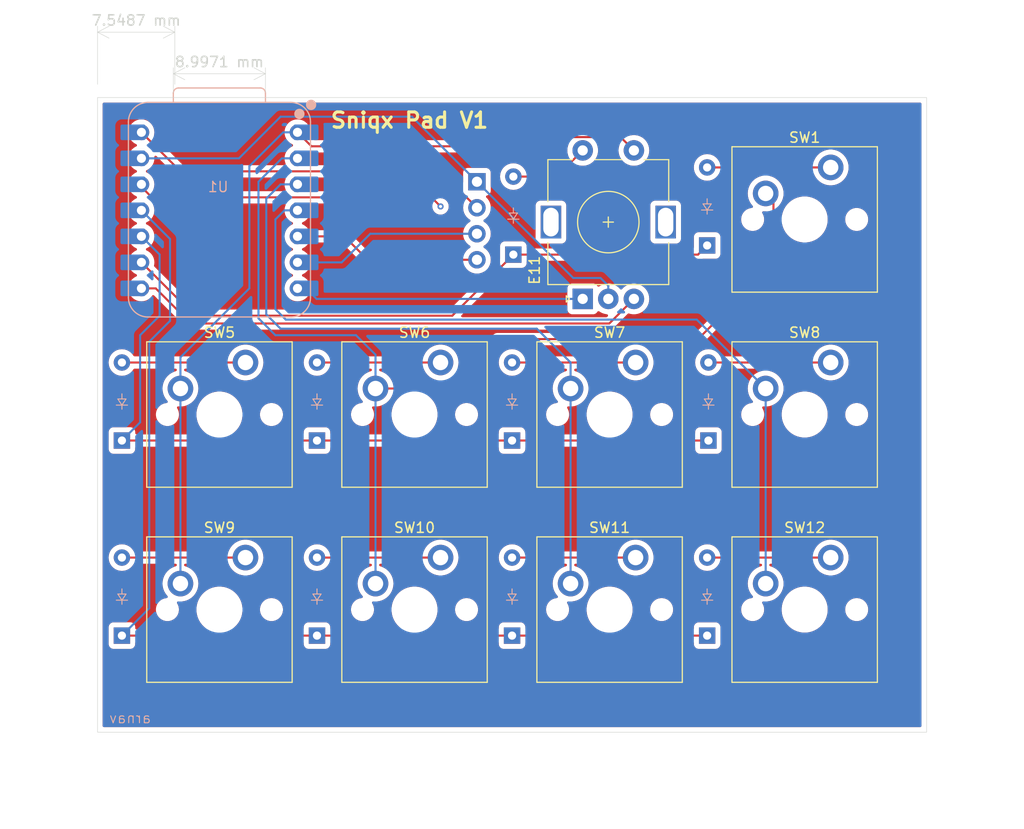
<source format=kicad_pcb>
(kicad_pcb (version 20240108) (generator "pcbnew") (generator_version "8.0")
  (layers (0 "F.Cu" signal) (31 "B.Cu" signal) (34 "B.Paste" user) (35 "F.Paste" user) (36 "B.SilkS" user "B.Silkscreen") (37 "F.SilkS" user "F.Silkscreen") (38 "B.Mask" user) (39 "F.Mask" user) (44 "Edge.Cuts" user))
  (net 0 "")
  (net 1 "Row1")
  (net 2 "Row2")
  (net 3 "Net-(D5-A)")
  (net 4 "Net-(D6-A)")
  (net 5 "Net-(D7-A)")
  (net 6 "Row3")
  (net 7 "Net-(D8-A)")
  (net 8 "Net-(D9-A)")
  (net 9 "Net-(D10-A)")
  (net 10 "Column1")
  (net 11 "Column2")
  (net 12 "Column3")
  (net 13 "GND")
  (net 14 "Column4")
  (net 15 "+5V")
  (net 16 "unconnected-(U1-3V3-Pad12)")
  (net 17 "DISP_SCL")
  (net 18 "DISP_SDA")
  (net 19 "E11_Row")
  (net 20 "E11_B")
  (net 21 "E11_A")
  (net 22 "Net-(D12-A)")
  (net 23 "Net-(D11-A)")
  (net 24 "Net-(D1-A)")
  (footprint "ScottoKeebs_MX:MX_PCB_1.00u" (layer "F.Cu") (at 142.5575 107.944)
    (property "Reference" "SW6" (at 0 -8 0) (layer "F.SilkS"))
    (property "Value" "SW_Push_45deg")
    (fp_line (start -7.1 -7.1) (end -7.1 7.1) (stroke (width 0.12)) (layer "F.SilkS"))
    (fp_line (start -7.1 7.1) (end 7.1 7.1) (stroke (width 0.12)) (layer "F.SilkS"))
    (fp_line (start 7.1 -7.1) (end -7.1 -7.1) (stroke (width 0.12)) (layer "F.SilkS"))
    (fp_line (start 7.1 7.1) (end 7.1 -7.1) (stroke (width 0.12)) (layer "F.SilkS"))
    (pad "" np_thru_hole circle (at -5.08 0) (size 1.75 1.75) (drill 1.75) (layers "*.Cu" "*.Mask"))
    (pad "" np_thru_hole circle (at 0 0) (size 4 4) (drill 4) (layers "*.Cu" "*.Mask"))
    (pad "" np_thru_hole circle (at 5.08 0) (size 1.75 1.75) (drill 1.75) (layers "*.Cu" "*.Mask"))
    (pad "1" thru_hole circle (at -3.81 -2.54) (size 2.5 2.5) (drill 1.5) (layers "*.Cu" "*.Mask") (net 11 "Column2"))
    (pad "2" thru_hole circle (at 2.54 -5.08) (size 2.5 2.5) (drill 1.5) (layers "*.Cu" "*.Mask") (net 4 "Net-(D6-A)"))
  )
  (footprint "ScottoKeebs_MX:MX_PCB_1.00u" (layer "F.Cu") (at 161.6075 107.944)
    (property "Reference" "SW7" (at 0 -8 0) (layer "F.SilkS"))
    (property "Value" "SW_Push_45deg")
    (fp_line (start -7.1 -7.1) (end -7.1 7.1) (stroke (width 0.12)) (layer "F.SilkS"))
    (fp_line (start -7.1 7.1) (end 7.1 7.1) (stroke (width 0.12)) (layer "F.SilkS"))
    (fp_line (start 7.1 -7.1) (end -7.1 -7.1) (stroke (width 0.12)) (layer "F.SilkS"))
    (fp_line (start 7.1 7.1) (end 7.1 -7.1) (stroke (width 0.12)) (layer "F.SilkS"))
    (pad "" np_thru_hole circle (at -5.08 0) (size 1.75 1.75) (drill 1.75) (layers "*.Cu" "*.Mask"))
    (pad "" np_thru_hole circle (at 0 0) (size 4 4) (drill 4) (layers "*.Cu" "*.Mask"))
    (pad "" np_thru_hole circle (at 5.08 0) (size 1.75 1.75) (drill 1.75) (layers "*.Cu" "*.Mask"))
    (pad "1" thru_hole circle (at -3.81 -2.54) (size 2.5 2.5) (drill 1.5) (layers "*.Cu" "*.Mask") (net 12 "Column3"))
    (pad "2" thru_hole circle (at 2.54 -5.08) (size 2.5 2.5) (drill 1.5) (layers "*.Cu" "*.Mask") (net 5 "Net-(D7-A)"))
  )
  (footprint "ScottoKeebs_MX:MX_PCB_1.00u" (layer "F.Cu") (at 123.5075 107.944)
    (property "Reference" "SW5" (at 0 -8 0) (layer "F.SilkS"))
    (property "Value" "SW_Push_45deg")
    (fp_line (start -7.1 -7.1) (end -7.1 7.1) (stroke (width 0.12)) (layer "F.SilkS"))
    (fp_line (start -7.1 7.1) (end 7.1 7.1) (stroke (width 0.12)) (layer "F.SilkS"))
    (fp_line (start 7.1 -7.1) (end -7.1 -7.1) (stroke (width 0.12)) (layer "F.SilkS"))
    (fp_line (start 7.1 7.1) (end 7.1 -7.1) (stroke (width 0.12)) (layer "F.SilkS"))
    (pad "" np_thru_hole circle (at -5.08 0) (size 1.75 1.75) (drill 1.75) (layers "*.Cu" "*.Mask"))
    (pad "" np_thru_hole circle (at 0 0) (size 4 4) (drill 4) (layers "*.Cu" "*.Mask"))
    (pad "" np_thru_hole circle (at 5.08 0) (size 1.75 1.75) (drill 1.75) (layers "*.Cu" "*.Mask"))
    (pad "1" thru_hole circle (at -3.81 -2.54) (size 2.5 2.5) (drill 1.5) (layers "*.Cu" "*.Mask") (net 10 "Column1"))
    (pad "2" thru_hole circle (at 2.54 -5.08) (size 2.5 2.5) (drill 1.5) (layers "*.Cu" "*.Mask") (net 3 "Net-(D5-A)"))
  )
  (footprint "ScottoKeebs_MX:MX_PCB_1.00u" (layer "F.Cu") (at 142.5575 126.994)
    (property "Reference" "SW10" (at 0 -8 0) (layer "F.SilkS"))
    (property "Value" "SW_Push_45deg")
    (fp_line (start -7.1 -7.1) (end -7.1 7.1) (stroke (width 0.12)) (layer "F.SilkS"))
    (fp_line (start -7.1 7.1) (end 7.1 7.1) (stroke (width 0.12)) (layer "F.SilkS"))
    (fp_line (start 7.1 -7.1) (end -7.1 -7.1) (stroke (width 0.12)) (layer "F.SilkS"))
    (fp_line (start 7.1 7.1) (end 7.1 -7.1) (stroke (width 0.12)) (layer "F.SilkS"))
    (pad "" np_thru_hole circle (at -5.08 0) (size 1.75 1.75) (drill 1.75) (layers "*.Cu" "*.Mask"))
    (pad "" np_thru_hole circle (at 0 0) (size 4 4) (drill 4) (layers "*.Cu" "*.Mask"))
    (pad "" np_thru_hole circle (at 5.08 0) (size 1.75 1.75) (drill 1.75) (layers "*.Cu" "*.Mask"))
    (pad "1" thru_hole circle (at -3.81 -2.54) (size 2.5 2.5) (drill 1.5) (layers "*.Cu" "*.Mask") (net 11 "Column2"))
    (pad "2" thru_hole circle (at 2.54 -5.08) (size 2.5 2.5) (drill 1.5) (layers "*.Cu" "*.Mask") (net 9 "Net-(D10-A)"))
  )
  (footprint "ScottoKeebs_MX:MX_PCB_1.00u" (layer "F.Cu") (at 180.6575 126.994)
    (property "Reference" "SW12" (at 0 -8 0) (layer "F.SilkS"))
    (property "Value" "SW_Push_45deg")
    (fp_line (start -7.1 -7.1) (end -7.1 7.1) (stroke (width 0.12)) (layer "F.SilkS"))
    (fp_line (start -7.1 7.1) (end 7.1 7.1) (stroke (width 0.12)) (layer "F.SilkS"))
    (fp_line (start 7.1 -7.1) (end -7.1 -7.1) (stroke (width 0.12)) (layer "F.SilkS"))
    (fp_line (start 7.1 7.1) (end 7.1 -7.1) (stroke (width 0.12)) (layer "F.SilkS"))
    (pad "" np_thru_hole circle (at -5.08 0) (size 1.75 1.75) (drill 1.75) (layers "*.Cu" "*.Mask"))
    (pad "" np_thru_hole circle (at 0 0) (size 4 4) (drill 4) (layers "*.Cu" "*.Mask"))
    (pad "" np_thru_hole circle (at 5.08 0) (size 1.75 1.75) (drill 1.75) (layers "*.Cu" "*.Mask"))
    (pad "1" thru_hole circle (at -3.81 -2.54) (size 2.5 2.5) (drill 1.5) (layers "*.Cu" "*.Mask") (net 14 "Column4"))
    (pad "2" thru_hole circle (at 2.54 -5.08) (size 2.5 2.5) (drill 1.5) (layers "*.Cu" "*.Mask") (net 22 "Net-(D12-A)"))
  )
  (footprint "ScottoKeebs_MX:MX_PCB_1.00u" (layer "F.Cu") (at 180.6575 107.944)
    (property "Reference" "SW8" (at 0 -8 0) (layer "F.SilkS"))
    (property "Value" "SW_Push_45deg")
    (fp_line (start -7.1 -7.1) (end -7.1 7.1) (stroke (width 0.12)) (layer "F.SilkS"))
    (fp_line (start -7.1 7.1) (end 7.1 7.1) (stroke (width 0.12)) (layer "F.SilkS"))
    (fp_line (start 7.1 -7.1) (end -7.1 -7.1) (stroke (width 0.12)) (layer "F.SilkS"))
    (fp_line (start 7.1 7.1) (end 7.1 -7.1) (stroke (width 0.12)) (layer "F.SilkS"))
    (pad "" np_thru_hole circle (at -5.08 0) (size 1.75 1.75) (drill 1.75) (layers "*.Cu" "*.Mask"))
    (pad "" np_thru_hole circle (at 0 0) (size 4 4) (drill 4) (layers "*.Cu" "*.Mask"))
    (pad "" np_thru_hole circle (at 5.08 0) (size 1.75 1.75) (drill 1.75) (layers "*.Cu" "*.Mask"))
    (pad "1" thru_hole circle (at -3.81 -2.54) (size 2.5 2.5) (drill 1.5) (layers "*.Cu" "*.Mask") (net 14 "Column4"))
    (pad "2" thru_hole circle (at 2.54 -5.08) (size 2.5 2.5) (drill 1.5) (layers "*.Cu" "*.Mask") (net 7 "Net-(D8-A)"))
  )
  (footprint "ScottoKeebs_Components:OLED_128x32" (layer "F.Cu") (at 150.2535 95.011 180)
    (property "Reference" "J1" (hide yes))
    (property "Value" "OLED_128x32")
    (pad "1" thru_hole rect (at 1.6 9.8) (size 1.7 1.7) (drill 1) (layers "*.Cu" "*.Mask") (net 13 "GND"))
    (pad "2" thru_hole oval (at 1.6 7.26) (size 1.7 1.7) (drill 1) (layers "*.Cu" "*.Mask") (net 15 "+5V"))
    (pad "3" thru_hole oval (at 1.6 4.72) (size 1.7 1.7) (drill 1) (layers "*.Cu" "*.Mask") (net 17 "DISP_SCL"))
    (pad "4" thru_hole oval (at 1.6 2.18) (size 1.7 1.7) (drill 1) (layers "*.Cu" "*.Mask") (net 18 "DISP_SDA"))
  )
  (footprint "Rotary_Encoder:RotaryEncoder_Alps_EC11E-Switch_Vertical_H20mm" (layer "F.Cu") (at 158.9805 96.652 90)
    (property "Reference" "E11" (at 2.8 -4.7 90) (layer "F.SilkS"))
    (property "Value" "RotaryEncoder_Switch")
    (fp_line (start 13.6 -3.4) (end 13.6 -1) (stroke (width 0.12)) (layer "F.SilkS"))
    (fp_line (start 9.5 -3.4) (end 13.6 -3.4) (stroke (width 0.12)) (layer "F.SilkS"))
    (fp_line (start 5.5 -3.4) (end 1.4 -3.4) (stroke (width 0.12)) (layer "F.SilkS"))
    (fp_line (start 1.4 -3.4) (end 1.4 8.4) (stroke (width 0.12)) (layer "F.SilkS"))
    (fp_line (start 0.3 -1.6) (end 0 -1.3) (stroke (width 0.12)) (layer "F.SilkS"))
    (fp_line (start -0.3 -1.6) (end 0.3 -1.6) (stroke (width 0.12)) (layer "F.SilkS"))
    (fp_line (start 0 -1.3) (end -0.3 -1.6) (stroke (width 0.12)) (layer "F.SilkS"))
    (fp_line (start 13.6 1.2) (end 13.6 3.8) (stroke (width 0.12)) (layer "F.SilkS"))
    (fp_line (start 7.5 2) (end 7.5 3) (stroke (width 0.12)) (layer "F.SilkS"))
    (fp_line (start 7 2.5) (end 8 2.5) (stroke (width 0.12)) (layer "F.SilkS"))
    (fp_line (start 13.6 6) (end 13.6 8.4) (stroke (width 0.12)) (layer "F.SilkS"))
    (fp_line (start 13.6 8.4) (end 9.5 8.4) (stroke (width 0.12)) (layer "F.SilkS"))
    (fp_line (start 5.5 8.4) (end 1.4 8.4) (stroke (width 0.12)) (layer "F.SilkS"))
    (fp_circle (center 7.5 2.5) (end 10.5 2.5) (stroke (width 0.12)) (fill none) (layer "F.SilkS"))
    (pad "A" thru_hole rect (at 0 0 90) (size 2 2) (drill 1) (layers "*.Cu" "*.Mask") (net 21 "E11_A"))
    (pad "B" thru_hole circle (at 0 5 90) (size 2 2) (drill 1) (layers "*.Cu" "*.Mask") (net 20 "E11_B"))
    (pad "C" thru_hole circle (at 0 2.5 90) (size 2 2) (drill 1) (layers "*.Cu" "*.Mask") (net 13 "GND"))
    (pad "MP" thru_hole rect (at 7.5 -3.1 90) (size 3.2 2) (drill oval 2.8 1.5) (layers "*.Cu" "*.Mask"))
    (pad "MP" thru_hole rect (at 7.5 8.1 90) (size 3.2 2) (drill oval 2.8 1.5) (layers "*.Cu" "*.Mask"))
    (pad "S1" thru_hole circle (at 14.5 5 90) (size 2 2) (drill 1) (layers "*.Cu" "*.Mask") (net 10 "Column1"))
    (pad "S2" thru_hole circle (at 14.5 0 90) (size 2 2) (drill 1) (layers "*.Cu" "*.Mask") (net 19 "E11_Row"))
  )
  (footprint "ScottoKeebs_MX:MX_PCB_1.00u" (layer "F.Cu") (at 180.6575 88.894)
    (property "Reference" "SW1" (at 0 -8 0) (layer "F.SilkS"))
    (property "Value" "SW_Push_45deg")
    (fp_line (start -7.1 -7.1) (end -7.1 7.1) (stroke (width 0.12)) (layer "F.SilkS"))
    (fp_line (start -7.1 7.1) (end 7.1 7.1) (stroke (width 0.12)) (layer "F.SilkS"))
    (fp_line (start 7.1 -7.1) (end -7.1 -7.1) (stroke (width 0.12)) (layer "F.SilkS"))
    (fp_line (start 7.1 7.1) (end 7.1 -7.1) (stroke (width 0.12)) (layer "F.SilkS"))
    (pad "" np_thru_hole circle (at -5.08 0) (size 1.75 1.75) (drill 1.75) (layers "*.Cu" "*.Mask"))
    (pad "" np_thru_hole circle (at 0 0) (size 4 4) (drill 4) (layers "*.Cu" "*.Mask"))
    (pad "" np_thru_hole circle (at 5.08 0) (size 1.75 1.75) (drill 1.75) (layers "*.Cu" "*.Mask"))
    (pad "1" thru_hole circle (at -3.81 -2.54) (size 2.5 2.5) (drill 1.5) (layers "*.Cu" "*.Mask") (net 11 "Column2"))
    (pad "2" thru_hole circle (at 2.54 -5.08) (size 2.5 2.5) (drill 1.5) (layers "*.Cu" "*.Mask") (net 24 "Net-(D1-A)"))
  )
  (footprint "ScottoKeebs_MX:MX_PCB_1.00u" (layer "F.Cu") (at 123.5075 126.994)
    (property "Reference" "SW9" (at 0 -8 0) (layer "F.SilkS"))
    (property "Value" "SW_Push_45deg")
    (fp_line (start -7.1 -7.1) (end -7.1 7.1) (stroke (width 0.12)) (layer "F.SilkS"))
    (fp_line (start -7.1 7.1) (end 7.1 7.1) (stroke (width 0.12)) (layer "F.SilkS"))
    (fp_line (start 7.1 -7.1) (end -7.1 -7.1) (stroke (width 0.12)) (layer "F.SilkS"))
    (fp_line (start 7.1 7.1) (end 7.1 -7.1) (stroke (width 0.12)) (layer "F.SilkS"))
    (pad "" np_thru_hole circle (at -5.08 0) (size 1.75 1.75) (drill 1.75) (layers "*.Cu" "*.Mask"))
    (pad "" np_thru_hole circle (at 0 0) (size 4 4) (drill 4) (layers "*.Cu" "*.Mask"))
    (pad "" np_thru_hole circle (at 5.08 0) (size 1.75 1.75) (drill 1.75) (layers "*.Cu" "*.Mask"))
    (pad "1" thru_hole circle (at -3.81 -2.54) (size 2.5 2.5) (drill 1.5) (layers "*.Cu" "*.Mask") (net 10 "Column1"))
    (pad "2" thru_hole circle (at 2.54 -5.08) (size 2.5 2.5) (drill 1.5) (layers "*.Cu" "*.Mask") (net 8 "Net-(D9-A)"))
  )
  (footprint "ScottoKeebs_MX:MX_PCB_1.00u" (layer "F.Cu") (at 161.6075 126.994)
    (property "Reference" "SW11" (at 0 -8 0) (layer "F.SilkS"))
    (property "Value" "SW_Push_45deg")
    (fp_line (start -7.1 -7.1) (end -7.1 7.1) (stroke (width 0.12)) (layer "F.SilkS"))
    (fp_line (start -7.1 7.1) (end 7.1 7.1) (stroke (width 0.12)) (layer "F.SilkS"))
    (fp_line (start 7.1 -7.1) (end -7.1 -7.1) (stroke (width 0.12)) (layer "F.SilkS"))
    (fp_line (start 7.1 7.1) (end 7.1 -7.1) (stroke (width 0.12)) (layer "F.SilkS"))
    (pad "" np_thru_hole circle (at -5.08 0) (size 1.75 1.75) (drill 1.75) (layers "*.Cu" "*.Mask"))
    (pad "" np_thru_hole circle (at 0 0) (size 4 4) (drill 4) (layers "*.Cu" "*.Mask"))
    (pad "" np_thru_hole circle (at 5.08 0) (size 1.75 1.75) (drill 1.75) (layers "*.Cu" "*.Mask"))
    (pad "1" thru_hole circle (at -3.81 -2.54) (size 2.5 2.5) (drill 1.5) (layers "*.Cu" "*.Mask") (net 12 "Column3"))
    (pad "2" thru_hole circle (at 2.54 -5.08) (size 2.5 2.5) (drill 1.5) (layers "*.Cu" "*.Mask") (net 23 "Net-(D11-A)"))
  )
  (footprint "ScottoKeebs_Components:Diode_DO-35" (layer "B.Cu") (at 152.2095 92.327 90)
    (property "Reference" "D4" (hide yes))
    (property "Value" "1N4148" (hide yes))
    (fp_line (start 3.46 -0.55) (end 3.46 0.55) (stroke (width 0.1)) (layer "B.SilkS"))
    (fp_line (start 4.06 -0.4) (end 4.06 0.4) (stroke (width 0.1)) (layer "B.SilkS"))
    (fp_line (start 4.56 0) (end 4.06 0) (stroke (width 0.1)) (layer "B.SilkS"))
    (fp_line (start 3.46 0) (end 4.06 -0.4) (stroke (width 0.1)) (layer "B.SilkS"))
    (fp_line (start 3.46 0) (end 3.06 0) (stroke (width 0.1)) (layer "B.SilkS"))
    (fp_line (start 4.06 0.4) (end 3.46 0) (stroke (width 0.1)) (layer "B.SilkS"))
    (pad "1" thru_hole rect (at 0 0 90) (size 1.6 1.6) (drill 0.8) (layers "*.Cu" "*.Mask") (net 1 "Row1"))
    (pad "2" thru_hole oval (at 7.62 0 90) (size 1.6 1.6) (drill 0.8) (layers "*.Cu" "*.Mask") (net 19 "E11_Row"))
  )
  (footprint "OPL:XIAO-RP2040-DIP" (layer "B.Cu") (at 123.5075 88.005 180)
    (property "Reference" "U1" (at 0.127 2.286 0) (layer "B.SilkS") (effects (font (thickness 0.127) (bold yes)) (justify mirror)))
    (property "Value" "XIAO-RP2040-DIP")
    (fp_line (start 8.89 8.636) (end 8.89 -8.509) (stroke (width 0.127)) (layer "B.SilkS"))
    (fp_line (start 6.985 -10.414) (end -6.985 -10.414) (stroke (width 0.127)) (layer "B.SilkS"))
    (fp_line (start 4.504 10.541) (end 4.504 11.451) (stroke (width 0.127)) (layer "B.SilkS"))
    (fp_line (start 4.004 11.951) (end -3.991272 11.951) (stroke (width 0.127)) (layer "B.SilkS"))
    (fp_line (start -4.491272 11.451272) (end -4.495 10.541) (stroke (width 0.127)) (layer "B.SilkS"))
    (fp_line (start -6.985 10.541) (end 6.985 10.541) (stroke (width 0.1)) (layer "B.SilkS"))
    (fp_line (start -6.985 10.541) (end 6.985 10.541) (stroke (width 0.127)) (layer "B.SilkS"))
    (fp_line (start -8.89 8.636) (end -8.89 -8.509) (stroke (width 0.127)) (layer "B.SilkS"))
    (fp_arc (start 8.89 8.636) (mid 8.332038 9.983038) (end 6.985 10.541) (stroke (width 0.127)) (layer "B.SilkS"))
    (fp_arc (start 6.985 -10.414) (mid 8.332038 -9.856038) (end 8.89 -8.509) (stroke (width 0.127)) (layer "B.SilkS"))
    (fp_arc (start 4.504 11.451) (mid 4.357553 11.804553) (end 4.004 11.951) (stroke (width 0.127)) (layer "B.SilkS"))
    (fp_arc (start -3.991272 11.951) (mid -4.344724 11.804644) (end -4.491272 11.451272) (stroke (width 0.127)) (layer "B.SilkS"))
    (fp_arc (start -6.985 10.541) (mid -8.332038 9.983038) (end -8.89 8.636) (stroke (width 0.127)) (layer "B.SilkS"))
    (fp_arc (start -8.89 -8.509) (mid -8.332038 -9.856038) (end -6.985 -10.414) (stroke (width 0.127)) (layer "B.SilkS"))
    (fp_circle (center -7.807 9.42) (end -7.807 9.674) (stroke (width 0.5)) (fill solid) (layer "B.SilkS"))
    (fp_circle (center -8.95 10.3) (end -8.95 10.554) (stroke (width 0.5)) (fill solid) (layer "B.SilkS"))
    (pad "1" smd roundrect (at -8.455 7.62) (size 2.432 1.524) (layers "B.Cu" "B.Mask") (roundrect_rratio 0.1) (net 10 "Column1"))
    (pad "1" thru_hole circle (at -7.62 7.62) (size 1.524 1.524) (drill 0.889) (layers "*.Cu" "*.Mask") (net 10 "Column1"))
    (pad "2" smd roundrect (at -8.455 5.08) (size 2.432 1.524) (layers "B.Cu" "B.Mask") (roundrect_rratio 0.1) (net 11 "Column2"))
    (pad "2" thru_hole circle (at -7.62 5.08) (size 1.524 1.524) (drill 0.889) (layers "*.Cu" "*.Mask") (net 11 "Column2"))
    (pad "3" smd roundrect (at -8.455 2.54) (size 2.432 1.524) (layers "B.Cu" "B.Mask") (roundrect_rratio 0.1) (net 12 "Column3"))
    (pad "3" thru_hole circle (at -7.62 2.54) (size 1.524 1.524) (drill 0.889) (layers "*.Cu" "*.Mask") (net 12 "Column3"))
    (pad "4" smd roundrect (at -8.455 0) (size 2.432 1.524) (layers "B.Cu" "B.Mask") (roundrect_rratio 0.1) (net 14 "Column4"))
    (pad "4" thru_hole circle (at -7.62 0) (size 1.524 1.524) (drill 0.889) (layers "*.Cu" "*.Mask") (net 14 "Column4"))
    (pad "5" smd roundrect (at -8.455 -2.54) (size 2.432 1.524) (layers "B.Cu" "B.Mask") (roundrect_rratio 0.1) (net 18 "DISP_SDA"))
    (pad "5" thru_hole circle (at -7.62 -2.54) (size 1.524 1.524) (drill 0.889) (layers "*.Cu" "*.Mask") (net 18 "DISP_SDA"))
    (pad "6" smd roundrect (at -8.455 -5.08) (size 2.432 1.524) (layers "B.Cu" "B.Mask") (roundrect_rratio 0.1) (net 17 "DISP_SCL"))
    (pad "6" thru_hole circle (at -7.62 -5.08) (size 1.524 1.524) (drill 0.889) (layers "*.Cu" "*.Mask") (net 17 "DISP_SCL"))
    (pad "7" smd roundrect (at -8.455 -7.62) (size 2.432 1.524) (layers "B.Cu" "B.Mask") (roundrect_rratio 0.1) (net 21 "E11_A"))
    (pad "7" thru_hole circle (at -7.62 -7.62) (size 1.524 1.524) (drill 0.889) (layers "*.Cu" "*.Mask") (net 21 "E11_A"))
    (pad "8" thru_hole circle (at 7.62 -7.62 180) (size 1.524 1.524) (drill 0.889) (layers "*.Cu" "*.Mask") (net 20 "E11_B"))
    (pad "8" smd roundrect (at 8.455 -7.62 180) (size 2.432 1.524) (layers "B.Cu" "B.Mask") (roundrect_rratio 0.1) (net 20 "E11_B"))
    (pad "9" thru_hole circle (at 7.62 -5.08 180) (size 1.524 1.524) (drill 0.889) (layers "*.Cu" "*.Mask") (net 1 "Row1"))
    (pad "9" smd roundrect (at 8.455 -5.08 180) (size 2.432 1.524) (layers "B.Cu" "B.Mask") (roundrect_rratio 0.1) (net 1 "Row1"))
    (pad "10" thru_hole circle (at 7.62 -2.54 180) (size 1.524 1.524) (drill 0.889) (layers "*.Cu" "*.Mask") (net 2 "Row2"))
    (pad "10" smd roundrect (at 8.455 -2.54 180) (size 2.432 1.524) (layers "B.Cu" "B.Mask") (roundrect_rratio 0.1) (net 2 "Row2"))
    (pad "11" thru_hole circle (at 7.62 0 180) (size 1.524 1.524) (drill 0.889) (layers "*.Cu" "*.Mask") (net 6 "Row3"))
    (pad "11" smd roundrect (at 8.455 0 180) (size 2.432 1.524) (layers "B.Cu" "B.Mask") (roundrect_rratio 0.1) (net 6 "Row3"))
    (pad "12" thru_hole circle (at 7.62 2.54 180) (size 1.524 1.524) (drill 0.889) (layers "*.Cu" "*.Mask") (net 16 "unconnected-(U1-3V3-Pad12)"))
    (pad "12" smd roundrect (at 8.455 2.54 180) (size 2.432 1.524) (layers "B.Cu" "B.Mask") (roundrect_rratio 0.1) (net 16 "unconnected-(U1-3V3-Pad12)"))
    (pad "13" thru_hole circle (at 7.62 5.08 180) (size 1.524 1.524) (drill 0.889) (layers "*.Cu" "*.Mask") (net 13 "GND"))
    (pad "13" smd roundrect (at 8.455 5.08 180) (size 2.432 1.524) (layers "B.Cu" "B.Mask") (roundrect_rratio 0.1) (net 13 "GND"))
    (pad "14" thru_hole circle (at 7.62 7.62 180) (size 1.524 1.524) (drill 0.889) (layers "*.Cu" "*.Mask") (net 15 "+5V"))
    (pad "14" smd roundrect (at 8.455 7.62 180) (size 2.432 1.524) (layers "B.Cu" "B.Mask") (roundrect_rratio 0.1) (net 15 "+5V"))
  )
  (footprint "ScottoKeebs_Components:Diode_DO-35" (layer "B.Cu") (at 152.0825 110.484 90)
    (property "Reference" "D7" (hide yes))
    (property "Value" "1N4148" (hide yes))
    (fp_line (start 3.46 -0.55) (end 3.46 0.55) (stroke (width 0.1)) (layer "B.SilkS"))
    (fp_line (start 4.06 -0.4) (end 4.06 0.4) (stroke (width 0.1)) (layer "B.SilkS"))
    (fp_line (start 4.56 0) (end 4.06 0) (stroke (width 0.1)) (layer "B.SilkS"))
    (fp_line (start 3.46 0) (end 4.06 -0.4) (stroke (width 0.1)) (layer "B.SilkS"))
    (fp_line (start 3.46 0) (end 3.06 0) (stroke (width 0.1)) (layer "B.SilkS"))
    (fp_line (start 4.06 0.4) (end 3.46 0) (stroke (width 0.1)) (layer "B.SilkS"))
    (pad "1" thru_hole rect (at 0 0 90) (size 1.6 1.6) (drill 0.8) (layers "*.Cu" "*.Mask") (net 2 "Row2"))
    (pad "2" thru_hole oval (at 7.62 0 90) (size 1.6 1.6) (drill 0.8) (layers "*.Cu" "*.Mask") (net 5 "Net-(D7-A)"))
  )
  (footprint "ScottoKeebs_Components:Diode_DO-35" (layer "B.Cu") (at 113.9825 110.484 90)
    (property "Reference" "D5" (hide yes))
    (property "Value" "1N4148" (hide yes))
    (fp_line (start 3.46 -0.55) (end 3.46 0.55) (stroke (width 0.1)) (layer "B.SilkS"))
    (fp_line (start 4.06 -0.4) (end 4.06 0.4) (stroke (width 0.1)) (layer "B.SilkS"))
    (fp_line (start 4.56 0) (end 4.06 0) (stroke (width 0.1)) (layer "B.SilkS"))
    (fp_line (start 3.46 0) (end 4.06 -0.4) (stroke (width 0.1)) (layer "B.SilkS"))
    (fp_line (start 3.46 0) (end 3.06 0) (stroke (width 0.1)) (layer "B.SilkS"))
    (fp_line (start 4.06 0.4) (end 3.46 0) (stroke (width 0.1)) (layer "B.SilkS"))
    (pad "1" thru_hole rect (at 0 0 90) (size 1.6 1.6) (drill 0.8) (layers "*.Cu" "*.Mask") (net 2 "Row2"))
    (pad "2" thru_hole oval (at 7.62 0 90) (size 1.6 1.6) (drill 0.8) (layers "*.Cu" "*.Mask") (net 3 "Net-(D5-A)"))
  )
  (footprint "ScottoKeebs_Components:Diode_DO-35" (layer "B.Cu") (at 152.0825 129.534 90)
    (property "Reference" "D11" (hide yes))
    (property "Value" "1N4148" (hide yes))
    (fp_line (start 3.46 -0.55) (end 3.46 0.55) (stroke (width 0.1)) (layer "B.SilkS"))
    (fp_line (start 4.06 -0.4) (end 4.06 0.4) (stroke (width 0.1)) (layer "B.SilkS"))
    (fp_line (start 4.56 0) (end 4.06 0) (stroke (width 0.1)) (layer "B.SilkS"))
    (fp_line (start 3.46 0) (end 4.06 -0.4) (stroke (width 0.1)) (layer "B.SilkS"))
    (fp_line (start 3.46 0) (end 3.06 0) (stroke (width 0.1)) (layer "B.SilkS"))
    (fp_line (start 4.06 0.4) (end 3.46 0) (stroke (width 0.1)) (layer "B.SilkS"))
    (pad "1" thru_hole rect (at 0 0 90) (size 1.6 1.6) (drill 0.8) (layers "*.Cu" "*.Mask") (net 6 "Row3"))
    (pad "2" thru_hole oval (at 7.62 0 90) (size 1.6 1.6) (drill 0.8) (layers "*.Cu" "*.Mask") (net 23 "Net-(D11-A)"))
  )
  (footprint "ScottoKeebs_Components:Diode_DO-35" (layer "B.Cu") (at 171.1325 129.534 90)
    (property "Reference" "D12" (hide yes))
    (property "Value" "1N4148" (hide yes))
    (fp_line (start 3.46 -0.55) (end 3.46 0.55) (stroke (width 0.1)) (layer "B.SilkS"))
    (fp_line (start 4.06 -0.4) (end 4.06 0.4) (stroke (width 0.1)) (layer "B.SilkS"))
    (fp_line (start 4.56 0) (end 4.06 0) (stroke (width 0.1)) (layer "B.SilkS"))
    (fp_line (start 3.46 0) (end 4.06 -0.4) (stroke (width 0.1)) (layer "B.SilkS"))
    (fp_line (start 3.46 0) (end 3.06 0) (stroke (width 0.1)) (layer "B.SilkS"))
    (fp_line (start 4.06 0.4) (end 3.46 0) (stroke (width 0.1)) (layer "B.SilkS"))
    (pad "1" thru_hole rect (at 0 0 90) (size 1.6 1.6) (drill 0.8) (layers "*.Cu" "*.Mask") (net 6 "Row3"))
    (pad "2" thru_hole oval (at 7.62 0 90) (size 1.6 1.6) (drill 0.8) (layers "*.Cu" "*.Mask") (net 22 "Net-(D12-A)"))
  )
  (footprint "ScottoKeebs_Components:Diode_DO-35" (layer "B.Cu") (at 171.1325 91.434 90)
    (property "Reference" "D1" (hide yes))
    (property "Value" "1N4148" (hide yes))
    (fp_line (start 3.46 -0.55) (end 3.46 0.55) (stroke (width 0.1)) (layer "B.SilkS"))
    (fp_line (start 4.06 -0.4) (end 4.06 0.4) (stroke (width 0.1)) (layer "B.SilkS"))
    (fp_line (start 4.56 0) (end 4.06 0) (stroke (width 0.1)) (layer "B.SilkS"))
    (fp_line (start 3.46 0) (end 4.06 -0.4) (stroke (width 0.1)) (layer "B.SilkS"))
    (fp_line (start 3.46 0) (end 3.06 0) (stroke (width 0.1)) (layer "B.SilkS"))
    (fp_line (start 4.06 0.4) (end 3.46 0) (stroke (width 0.1)) (layer "B.SilkS"))
    (pad "1" thru_hole rect (at 0 0 90) (size 1.6 1.6) (drill 0.8) (layers "*.Cu" "*.Mask") (net 1 "Row1"))
    (pad "2" thru_hole oval (at 7.62 0 90) (size 1.6 1.6) (drill 0.8) (layers "*.Cu" "*.Mask") (net 24 "Net-(D1-A)"))
  )
  (footprint "ScottoKeebs_Components:Diode_DO-35" (layer "B.Cu") (at 171.2595 110.484 90)
    (property "Reference" "D8" (hide yes))
    (property "Value" "1N4148" (hide yes))
    (fp_line (start 3.46 -0.55) (end 3.46 0.55) (stroke (width 0.1)) (layer "B.SilkS"))
    (fp_line (start 4.06 -0.4) (end 4.06 0.4) (stroke (width 0.1)) (layer "B.SilkS"))
    (fp_line (start 4.56 0) (end 4.06 0) (stroke (width 0.1)) (layer "B.SilkS"))
    (fp_line (start 3.46 0) (end 4.06 -0.4) (stroke (width 0.1)) (layer "B.SilkS"))
    (fp_line (start 3.46 0) (end 3.06 0) (stroke (width 0.1)) (layer "B.SilkS"))
    (fp_line (start 4.06 0.4) (end 3.46 0) (stroke (width 0.1)) (layer "B.SilkS"))
    (pad "1" thru_hole rect (at 0 0 90) (size 1.6 1.6) (drill 0.8) (layers "*.Cu" "*.Mask") (net 2 "Row2"))
    (pad "2" thru_hole oval (at 7.62 0 90) (size 1.6 1.6) (drill 0.8) (layers "*.Cu" "*.Mask") (net 7 "Net-(D8-A)"))
  )
  (footprint "ScottoKeebs_Components:Diode_DO-35" (layer "B.Cu") (at 133.0325 129.534 90)
    (property "Reference" "D10" (hide yes))
    (property "Value" "1N4148" (hide yes))
    (fp_line (start 3.46 -0.55) (end 3.46 0.55) (stroke (width 0.1)) (layer "B.SilkS"))
    (fp_line (start 4.06 -0.4) (end 4.06 0.4) (stroke (width 0.1)) (layer "B.SilkS"))
    (fp_line (start 4.56 0) (end 4.06 0) (stroke (width 0.1)) (layer "B.SilkS"))
    (fp_line (start 3.46 0) (end 4.06 -0.4) (stroke (width 0.1)) (layer "B.SilkS"))
    (fp_line (start 3.46 0) (end 3.06 0) (stroke (width 0.1)) (layer "B.SilkS"))
    (fp_line (start 4.06 0.4) (end 3.46 0) (stroke (width 0.1)) (layer "B.SilkS"))
    (pad "1" thru_hole rect (at 0 0 90) (size 1.6 1.6) (drill 0.8) (layers "*.Cu" "*.Mask") (net 6 "Row3"))
    (pad "2" thru_hole oval (at 7.62 0 90) (size 1.6 1.6) (drill 0.8) (layers "*.Cu" "*.Mask") (net 9 "Net-(D10-A)"))
  )
  (footprint "ScottoKeebs_Components:Diode_DO-35" (layer "B.Cu") (at 113.9825 129.534 90)
    (property "Reference" "D9" (hide yes))
    (property "Value" "1N4148" (hide yes))
    (fp_line (start 3.46 -0.55) (end 3.46 0.55) (stroke (width 0.1)) (layer "B.SilkS"))
    (fp_line (start 4.06 -0.4) (end 4.06 0.4) (stroke (width 0.1)) (layer "B.SilkS"))
    (fp_line (start 4.56 0) (end 4.06 0) (stroke (width 0.1)) (layer "B.SilkS"))
    (fp_line (start 3.46 0) (end 4.06 -0.4) (stroke (width 0.1)) (layer "B.SilkS"))
    (fp_line (start 3.46 0) (end 3.06 0) (stroke (width 0.1)) (layer "B.SilkS"))
    (fp_line (start 4.06 0.4) (end 3.46 0) (stroke (width 0.1)) (layer "B.SilkS"))
    (pad "1" thru_hole rect (at 0 0 90) (size 1.6 1.6) (drill 0.8) (layers "*.Cu" "*.Mask") (net 6 "Row3"))
    (pad "2" thru_hole oval (at 7.62 0 90) (size 1.6 1.6) (drill 0.8) (layers "*.Cu" "*.Mask") (net 8 "Net-(D9-A)"))
  )
  (footprint "ScottoKeebs_Components:Diode_DO-35" (layer "B.Cu") (at 133.0325 110.484 90)
    (property "Reference" "D6" (hide yes))
    (property "Value" "1N4148" (hide yes))
    (fp_line (start 3.46 -0.55) (end 3.46 0.55) (stroke (width 0.1)) (layer "B.SilkS"))
    (fp_line (start 4.06 -0.4) (end 4.06 0.4) (stroke (width 0.1)) (layer "B.SilkS"))
    (fp_line (start 4.56 0) (end 4.06 0) (stroke (width 0.1)) (layer "B.SilkS"))
    (fp_line (start 3.46 0) (end 4.06 -0.4) (stroke (width 0.1)) (layer "B.SilkS"))
    (fp_line (start 3.46 0) (end 3.06 0) (stroke (width 0.1)) (layer "B.SilkS"))
    (fp_line (start 4.06 0.4) (end 3.46 0) (stroke (width 0.1)) (layer "B.SilkS"))
    (pad "1" thru_hole rect (at 0 0 90) (size 1.6 1.6) (drill 0.8) (layers "*.Cu" "*.Mask") (net 2 "Row2"))
    (pad "2" thru_hole oval (at 7.62 0 90) (size 1.6 1.6) (drill 0.8) (layers "*.Cu" "*.Mask") (net 4 "Net-(D6-A)"))
  )
  (gr_rect (start 111.60125 76.98775) (end 192.56375 138.96775) (stroke (width 0.05)) (fill none) (layer "Edge.Cuts"))
  (gr_text "arnav" (at 116.9035 138.17 0) (layer "B.SilkS") (effects (font (size 1 1) (thickness 0.1)) (justify left bottom mirror)))
  (gr_text "Sniqx Pad V1" (at 134.2245 80.09 0) (layer "F.SilkS") (effects (font (size 1.5 1.5) (thickness 0.3) (bold yes)) (justify left bottom)))
  (dimension (type aligned) (layer "Edge.Cuts") (pts (xy 119.0035 77.009) (xy 128.000636 77.008864)) (height -2.344921) (gr_text "8.9971 mm" (at 123.502016 73.514011 0.0008660784958) (layer "Edge.Cuts") (effects (font (size 1 1) (thickness 0.15)))) (format (prefix "") (suffix "") (units 3) (units_format 1) (precision 4)) (style (thickness 0.05) (arrow_length 1.27) (text_position_mode 0) (extension_height 0.58642) (extension_offset 0.5) keep_text_aligned))
  (dimension (type aligned) (layer "Edge.Cuts") (pts (xy 119.149947 76.200447) (xy 111.60125 76.200447)) (height 5.594447) (gr_text "7.5487 mm" (at 115.375598 69.456 0) (layer "Edge.Cuts") (effects (font (size 1 1) (thickness 0.15)))) (format (prefix "") (suffix "") (units 3) (units_format 1) (precision 4)) (style (thickness 0.05) (arrow_length 1.27) (text_position_mode 0) (extension_height 0.58642) (extension_offset 0.5) keep_text_aligned))
  (segment (start 152.2095 92.327) (end 170.2395 92.327) (width 0.2) (layer "F.Cu") (net 1))
  (segment (start 146.2445 98.292) (end 152.2095 92.327) (width 0.2) (layer "F.Cu") (net 1))
  (segment (start 115.8875 93.085) (end 121.0945 98.292) (width 0.2) (layer "F.Cu") (net 1))
  (segment (start 121.0945 98.292) (end 146.2445 98.292) (width 0.2) (layer "F.Cu") (net 1))
  (segment (start 170.2395 92.327) (end 171.1325 91.434) (width 0.2) (layer "F.Cu") (net 1))
  (segment (start 152.0825 110.484) (end 171.2595 110.484) (width 0.2) (layer "F.Cu") (net 2))
  (segment (start 133.0325 110.484) (end 152.0825 110.484) (width 0.2) (layer "F.Cu") (net 2))
  (segment (start 113.9825 110.484) (end 133.0325 110.484) (width 0.2) (layer "F.Cu") (net 2))
  (segment (start 113.9825 110.484) (end 115.7605 108.706) (width 0.2) (layer "B.Cu") (net 2))
  (segment (start 115.7605 108.706) (end 115.7605 100.197) (width 0.2) (layer "B.Cu") (net 2))
  (segment (start 117.6655 98.292) (end 117.6655 92.323) (width 0.2) (layer "B.Cu") (net 2))
  (segment (start 117.6655 92.323) (end 115.8875 90.545) (width 0.2) (layer "B.Cu") (net 2))
  (segment (start 115.7605 100.197) (end 117.6655 98.292) (width 0.2) (layer "B.Cu") (net 2))
  (segment (start 113.9825 102.864) (end 126.0475 102.864) (width 0.2) (layer "F.Cu") (net 3))
  (segment (start 133.0325 102.864) (end 145.0975 102.864) (width 0.2) (layer "F.Cu") (net 4))
  (segment (start 152.0825 102.864) (end 164.1475 102.864) (width 0.2) (layer "F.Cu") (net 5))
  (segment (start 152.0825 129.534) (end 171.1325 129.534) (width 0.2) (layer "F.Cu") (net 6))
  (segment (start 113.9825 129.534) (end 133.0325 129.534) (width 0.2) (layer "F.Cu") (net 6))
  (segment (start 133.0325 129.534) (end 152.0825 129.534) (width 0.2) (layer "F.Cu") (net 6))
  (segment (start 118.6815 98.8) (end 118.6815 90.799) (width 0.2) (layer "B.Cu") (net 6))
  (segment (start 113.9825 129.534) (end 116.6495 126.867) (width 0.2) (layer "B.Cu") (net 6))
  (segment (start 116.6495 100.832) (end 118.6815 98.8) (width 0.2) (layer "B.Cu") (net 6))
  (segment (start 118.6815 90.799) (end 115.8875 88.005) (width 0.2) (layer "B.Cu") (net 6))
  (segment (start 116.6495 126.867) (end 116.6495 100.832) (width 0.2) (layer "B.Cu") (net 6))
  (segment (start 171.2595 102.864) (end 183.1975 102.864) (width 0.2) (layer "F.Cu") (net 7))
  (segment (start 126.0475 121.914) (end 113.9825 121.914) (width 0.2) (layer "F.Cu") (net 8))
  (segment (start 133.0325 121.914) (end 145.0975 121.914) (width 0.2) (layer "F.Cu") (net 9))
  (segment (start 162.6805 80.852) (end 152.0825 80.852) (width 0.2) (layer "F.Cu") (net 10))
  (segment (start 132.49275 81.75025) (end 131.1275 80.385) (width 0.2) (layer "F.Cu") (net 10))
  (segment (start 163.9805 82.152) (end 162.6805 80.852) (width 0.2) (layer "F.Cu") (net 10))
  (segment (start 151.18425 81.75025) (end 132.49275 81.75025) (width 0.2) (layer "F.Cu") (net 10))
  (segment (start 152.0825 80.852) (end 151.18425 81.75025) (width 0.2) (layer "F.Cu") (net 10))
  (segment (start 119.6975 102.356) (end 126.4285 95.625) (width 0.2) (layer "B.Cu") (net 10))
  (segment (start 129.7305 80.385) (end 131.1275 80.385) (width 0.2) (layer "B.Cu") (net 10))
  (segment (start 126.4285 95.625) (end 126.4285 83.687) (width 0.2) (layer "B.Cu") (net 10))
  (segment (start 126.4285 83.687) (end 129.7305 80.385) (width 0.2) (layer "B.Cu") (net 10))
  (segment (start 119.6975 124.454) (end 119.6975 105.404) (width 0.2) (layer "B.Cu") (net 10))
  (segment (start 119.6975 105.404) (end 119.6975 102.356) (width 0.2) (layer "B.Cu") (net 10))
  (segment (start 177.6095 93.212) (end 170.2435 100.578) (width 0.2) (layer "F.Cu") (net 11))
  (segment (start 170.2435 100.578) (end 150.6855 100.578) (width 0.2) (layer "F.Cu") (net 11))
  (segment (start 150.6855 100.578) (end 145.8595 105.404) (width 0.2) (layer "F.Cu") (net 11))
  (segment (start 176.8475 86.354) (end 177.6095 87.116) (width 0.2) (layer "F.Cu") (net 11))
  (segment (start 177.6095 87.116) (end 177.6095 93.212) (width 0.2) (layer "F.Cu") (net 11))
  (segment (start 145.8595 105.404) (end 138.7475 105.404) (width 0.2) (layer "F.Cu") (net 11))
  (segment (start 127.3175 85.211) (end 129.6035 82.925) (width 0.2) (layer "B.Cu") (net 11))
  (segment (start 127.3175 98.546) (end 127.3175 85.211) (width 0.2) (layer "B.Cu") (net 11))
  (segment (start 136.8425 100.197) (end 128.9685 100.197) (width 0.2) (layer "B.Cu") (net 11))
  (segment (start 138.7475 105.404) (end 138.7475 102.102) (width 0.2) (layer "B.Cu") (net 11))
  (segment (start 128.9685 100.197) (end 127.3175 98.546) (width 0.2) (layer "B.Cu") (net 11))
  (segment (start 138.7475 102.102) (end 136.8425 100.197) (width 0.2) (layer "B.Cu") (net 11))
  (segment (start 129.6035 82.925) (end 131.1275 82.925) (width 0.2) (layer "B.Cu") (net 11))
  (segment (start 138.7475 124.454) (end 138.7475 105.404) (width 0.2) (layer "B.Cu") (net 11))
  (segment (start 157.7975 124.454) (end 157.7975 105.404) (width 0.2) (layer "B.Cu") (net 12))
  (segment (start 157.7975 102.864) (end 154.4955 99.562) (width 0.2) (layer "B.Cu") (net 12))
  (segment (start 154.4955 99.562) (end 129.4765 99.562) (width 0.2) (layer "B.Cu") (net 12))
  (segment (start 157.7975 105.404) (end 157.7975 102.864) (width 0.2) (layer "B.Cu") (net 12))
  (segment (start 128.0795 98.165) (end 128.0795 86.862) (width 0.2) (layer "B.Cu") (net 12))
  (segment (start 129.4765 99.562) (end 128.0795 98.165) (width 0.2) (layer "B.Cu") (net 12))
  (segment (start 128.0795 86.862) (end 129.4765 85.465) (width 0.2) (layer "B.Cu") (net 12))
  (segment (start 129.4765 85.465) (end 131.1275 85.465) (width 0.2) (layer "B.Cu") (net 12))
  (segment (start 148.6535 85.211) (end 158.0515 94.609) (width 0.2) (layer "B.Cu") (net 13))
  (segment (start 142.3035 78.861) (end 148.6535 85.211) (width 0.2) (layer "B.Cu") (net 13))
  (segment (start 115.8875 82.925) (end 125.4125 82.925) (width 0.2) (layer "B.Cu") (net 13))
  (segment (start 158.0515 94.609) (end 160.7185 94.609) (width 0.2) (layer "B.Cu") (net 13))
  (segment (start 125.4125 82.925) (end 129.4765 78.861) (width 0.2) (layer "B.Cu") (net 13))
  (segment (start 160.7185 94.609) (end 161.4805 95.371) (width 0.2) (layer "B.Cu") (net 13))
  (segment (start 129.4765 78.861) (end 142.3035 78.861) (width 0.2) (layer "B.Cu") (net 13))
  (segment (start 161.4805 95.371) (end 161.4805 96.652) (width 0.2) (layer "B.Cu") (net 13))
  (segment (start 170.1165 98.673) (end 176.8475 105.404) (width 0.2) (layer "B.Cu") (net 14))
  (segment (start 129.8575 88.005) (end 128.9685 88.894) (width 0.2) (layer "B.Cu") (net 14))
  (segment (start 128.9685 88.894) (end 128.9685 97.657) (width 0.2) (layer "B.Cu") (net 14))
  (segment (start 131.1275 88.005) (end 129.8575 88.005) (width 0.2) (layer "B.Cu") (net 14))
  (segment (start 176.8475 124.454) (end 176.8475 105.404) (width 0.2) (layer "B.Cu") (net 14))
  (segment (start 128.9685 97.657) (end 129.9845 98.673) (width 0.2) (layer "B.Cu") (net 14))
  (segment (start 129.9845 98.673) (end 170.1165 98.673) (width 0.2) (layer "B.Cu") (net 14))
  (segment (start 119.6975 84.195) (end 145.0975 84.195) (width 0.2) (layer "F.Cu") (net 15))
  (segment (start 115.8875 80.385) (end 119.6975 84.195) (width 0.2) (layer "F.Cu") (net 15))
  (segment (start 145.0975 84.195) (end 148.6535 87.751) (width 0.2) (layer "F.Cu") (net 15))
  (segment (start 145.0975 87.624) (end 144.2085 86.735) (width 0.2) (layer "F.Cu") (net 16))
  (segment (start 144.2085 86.735) (end 116.9035 86.735) (width 0.2) (layer "F.Cu") (net 16))
  (segment (start 115.8875 85.719) (end 115.8875 85.465) (width 0.2) (layer "F.Cu") (net 16))
  (segment (start 116.9035 86.735) (end 115.8875 85.719) (width 0.2) (layer "F.Cu") (net 16))
  (via (at 145.0975 87.624) (size 0.6) (drill 0.3) (layers "F.Cu" "B.Cu") (net 16))
  (segment (start 138.2395 90.291) (end 135.4455 93.085) (width 0.2) (layer "B.Cu") (net 17))
  (segment (start 148.6535 90.291) (end 138.2395 90.291) (width 0.2) (layer "B.Cu") (net 17))
  (segment (start 135.4455 93.085) (end 131.9625 93.085) (width 0.2) (layer "B.Cu") (net 17))
  (segment (start 137.9855 92.831) (end 135.6995 90.545) (width 0.2) (layer "F.Cu") (net 18))
  (segment (start 148.6535 92.831) (end 137.9855 92.831) (width 0.2) (layer "F.Cu") (net 18))
  (segment (start 135.6995 90.545) (end 131.1275 90.545) (width 0.2) (layer "F.Cu") (net 18))
  (segment (start 152.2095 84.707) (end 156.4255 84.707) (width 0.2) (layer "F.Cu") (net 19))
  (segment (start 156.4255 84.707) (end 158.9805 82.152) (width 0.2) (layer "F.Cu") (net 19))
  (segment (start 120.7135 99.054) (end 117.2845 95.625) (width 0.2) (layer "F.Cu") (net 20))
  (segment (start 161.5785 99.054) (end 120.7135 99.054) (width 0.2) (layer "F.Cu") (net 20))
  (segment (start 117.2845 95.625) (end 115.8875 95.625) (width 0.2) (layer "F.Cu") (net 20))
  (segment (start 163.9805 96.652) (end 161.5785 99.054) (width 0.2) (layer "F.Cu") (net 20))
  (segment (start 132.9895 96.652) (end 131.9625 95.625) (width 0.2) (layer "B.Cu") (net 21))
  (segment (start 158.9805 96.652) (end 132.9895 96.652) (width 0.2) (layer "B.Cu") (net 21))
  (segment (start 171.1325 121.914) (end 183.1975 121.914) (width 0.2) (layer "F.Cu") (net 22))
  (segment (start 152.0825 121.914) (end 164.1475 121.914) (width 0.2) (layer "F.Cu") (net 23))
  (segment (start 171.1325 83.814) (end 183.1975 83.814) (width 0.2) (layer "F.Cu") (net 24))
  (zone (net 0) (net_name "") (layers "F&B.Cu") (connect_pads (clearance 0.5)) (min_thickness 0.25) (fill yes (thermal_gap 0.5) (thermal_bridge_width 0.5) (island_removal_mode 1) (island_area_min 10))
    (polygon (pts (xy 102.07625 67.46275) (xy 102.07625 148.42525) (xy 202.08875 148.42525) (xy 202.08875 67.46275)))
  )
)
</source>
